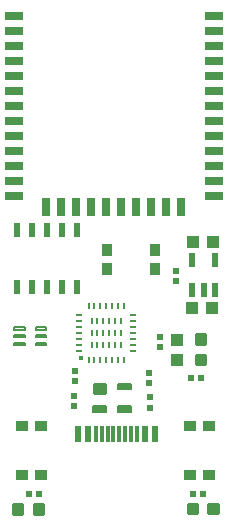
<source format=gbr>
G04 EAGLE Gerber RS-274X export*
G75*
%MOMM*%
%FSLAX34Y34*%
%LPD*%
%INSolderpaste Top*%
%IPPOS*%
%AMOC8*
5,1,8,0,0,1.08239X$1,22.5*%
G01*
%ADD10R,0.260000X0.560000*%
%ADD11R,0.560000X0.260000*%
%ADD12R,0.400000X0.400000*%
%ADD13R,0.550000X1.200000*%
%ADD14R,1.000000X0.900000*%
%ADD15R,0.900000X1.000000*%
%ADD16C,0.300000*%
%ADD17R,0.540000X0.600000*%
%ADD18R,1.100000X1.000000*%
%ADD19R,0.600000X0.540000*%
%ADD20R,1.000000X1.100000*%
%ADD21C,0.200000*%
%ADD22R,0.700000X1.500000*%
%ADD23R,1.500000X0.700000*%
%ADD24C,0.247500*%
%ADD25C,0.147500*%
%ADD26R,0.508000X1.270000*%
%ADD27R,0.600000X1.450000*%
%ADD28R,0.300000X1.450000*%


D10*
X105940Y141800D03*
X110940Y141800D03*
X115940Y141800D03*
X120940Y141800D03*
X125940Y141800D03*
X130940Y141800D03*
X135940Y141800D03*
D11*
X143940Y149800D03*
X143940Y154800D03*
X143940Y159800D03*
X143940Y164800D03*
X143940Y169800D03*
X143940Y174800D03*
X143940Y179800D03*
D10*
X135940Y187800D03*
X130940Y187800D03*
X125940Y187800D03*
X120940Y187800D03*
X115940Y187800D03*
X110940Y187800D03*
X105940Y187800D03*
D11*
X97940Y179800D03*
X97940Y174800D03*
X97940Y169800D03*
X97940Y164800D03*
X97940Y159800D03*
X97940Y154800D03*
X97940Y149800D03*
D10*
X108440Y154800D03*
X108440Y164800D03*
X108440Y174800D03*
X113440Y154800D03*
X113440Y164800D03*
X113440Y174800D03*
X118440Y154800D03*
X118440Y164800D03*
X118440Y174800D03*
X123440Y154800D03*
X123440Y164800D03*
X123440Y174800D03*
X128440Y154800D03*
X128440Y164800D03*
X128440Y174800D03*
X133440Y154800D03*
X133440Y164800D03*
X133440Y174800D03*
D12*
X99940Y143800D03*
D13*
X193885Y200789D03*
X203385Y200789D03*
X212885Y200789D03*
X212885Y226791D03*
X193885Y226791D03*
D14*
X49635Y85530D03*
X65635Y85530D03*
X65635Y44530D03*
X49635Y44530D03*
D15*
X162395Y234955D03*
X162395Y218955D03*
X121395Y218955D03*
X121395Y234955D03*
D16*
X60280Y18725D02*
X60280Y11725D01*
X60280Y18725D02*
X67280Y18725D01*
X67280Y11725D01*
X60280Y11725D01*
X60280Y14575D02*
X67280Y14575D01*
X67280Y17425D02*
X60280Y17425D01*
X42740Y18725D02*
X42740Y11725D01*
X42740Y18725D02*
X49740Y18725D01*
X49740Y11725D01*
X42740Y11725D01*
X42740Y14575D02*
X49740Y14575D01*
X49740Y17425D02*
X42740Y17425D01*
X197720Y18945D02*
X197720Y11945D01*
X190720Y11945D01*
X190720Y18945D01*
X197720Y18945D01*
X197720Y14795D02*
X190720Y14795D01*
X190720Y17645D02*
X197720Y17645D01*
X215260Y18945D02*
X215260Y11945D01*
X208260Y11945D01*
X208260Y18945D01*
X215260Y18945D01*
X215260Y14795D02*
X208260Y14795D01*
X208260Y17645D02*
X215260Y17645D01*
D17*
X202785Y28115D03*
X194145Y28115D03*
X55675Y28145D03*
X64315Y28145D03*
D18*
X193515Y185675D03*
X210515Y185675D03*
X194540Y241730D03*
X211540Y241730D03*
D14*
X192120Y85530D03*
X208120Y85530D03*
X208120Y44530D03*
X192120Y44530D03*
D19*
X180145Y217250D03*
X180145Y208610D03*
X94020Y111420D03*
X94020Y102780D03*
X94080Y123655D03*
X94080Y132295D03*
X157515Y122385D03*
X157515Y131025D03*
D20*
X180705Y142160D03*
X180705Y159160D03*
D19*
X166100Y161405D03*
X166100Y152765D03*
D21*
X51790Y167565D02*
X42890Y167565D01*
X42890Y169565D01*
X51790Y169565D01*
X51790Y167565D01*
X51790Y169465D02*
X42890Y169465D01*
X42890Y161065D02*
X51790Y161065D01*
X42890Y161065D02*
X42890Y163065D01*
X51790Y163065D01*
X51790Y161065D01*
X51790Y162965D02*
X42890Y162965D01*
X42890Y154565D02*
X51790Y154565D01*
X42890Y154565D02*
X42890Y156565D01*
X51790Y156565D01*
X51790Y154565D01*
X51790Y156465D02*
X42890Y156465D01*
X61290Y156565D02*
X70190Y156565D01*
X70190Y154565D01*
X61290Y154565D01*
X61290Y156565D01*
X61290Y156465D02*
X70190Y156465D01*
X70190Y163065D02*
X61290Y163065D01*
X70190Y163065D02*
X70190Y161065D01*
X61290Y161065D01*
X61290Y163065D01*
X61290Y162965D02*
X70190Y162965D01*
X70190Y169565D02*
X61290Y169565D01*
X70190Y169565D02*
X70190Y167565D01*
X61290Y167565D01*
X61290Y169565D01*
X61290Y169465D02*
X70190Y169465D01*
D19*
X157840Y110150D03*
X157840Y101510D03*
D22*
X69730Y271545D03*
X82430Y271545D03*
X95130Y271545D03*
X107830Y271545D03*
X120530Y271545D03*
X133230Y271545D03*
X145930Y271545D03*
X158630Y271545D03*
X171330Y271545D03*
X184030Y271545D03*
D23*
X43060Y280435D03*
X43060Y293135D03*
X43060Y305835D03*
X43060Y318535D03*
X43060Y331235D03*
X43060Y343935D03*
X43060Y356635D03*
X43060Y369335D03*
X43060Y382035D03*
X43060Y394735D03*
X43060Y407435D03*
X43060Y420135D03*
X43060Y432835D03*
X211970Y280435D03*
X211970Y293135D03*
X211970Y305835D03*
X211970Y318535D03*
X211970Y331235D03*
X211970Y343935D03*
X211970Y356635D03*
X211970Y369335D03*
X211970Y382035D03*
X211970Y394735D03*
X211970Y407435D03*
X211970Y420135D03*
X211970Y432835D03*
D24*
X120143Y113742D02*
X110217Y113742D01*
X110217Y121168D01*
X120143Y121168D01*
X120143Y113742D01*
X120143Y116093D02*
X110217Y116093D01*
X110217Y118444D02*
X120143Y118444D01*
X120143Y120795D02*
X110217Y120795D01*
D25*
X109717Y98042D02*
X120643Y98042D01*
X109717Y98042D02*
X109717Y102468D01*
X120643Y102468D01*
X120643Y98042D01*
X120643Y99443D02*
X109717Y99443D01*
X109717Y100844D02*
X120643Y100844D01*
X120643Y102245D02*
X109717Y102245D01*
X130817Y98042D02*
X141743Y98042D01*
X130817Y98042D02*
X130817Y102468D01*
X141743Y102468D01*
X141743Y98042D01*
X141743Y99443D02*
X130817Y99443D01*
X130817Y100844D02*
X141743Y100844D01*
X141743Y102245D02*
X130817Y102245D01*
X130817Y117242D02*
X141743Y117242D01*
X130817Y117242D02*
X130817Y121668D01*
X141743Y121668D01*
X141743Y117242D01*
X141743Y118643D02*
X130817Y118643D01*
X130817Y120044D02*
X141743Y120044D01*
X141743Y121445D02*
X130817Y121445D01*
D26*
X70485Y251460D03*
X83185Y251460D03*
X95885Y251460D03*
X57785Y251460D03*
X45085Y251460D03*
X45085Y203200D03*
X57785Y203200D03*
X70485Y203200D03*
X83185Y203200D03*
X95885Y203200D03*
D16*
X197795Y155765D02*
X204795Y155765D01*
X197795Y155765D02*
X197795Y162765D01*
X204795Y162765D01*
X204795Y155765D01*
X204795Y158615D02*
X197795Y158615D01*
X197795Y161465D02*
X204795Y161465D01*
X204795Y138225D02*
X197795Y138225D01*
X197795Y145225D01*
X204795Y145225D01*
X204795Y138225D01*
X204795Y141075D02*
X197795Y141075D01*
X197795Y143925D02*
X204795Y143925D01*
D17*
X201170Y126365D03*
X192530Y126365D03*
D27*
X97040Y78890D03*
X105040Y78890D03*
D28*
X127040Y78890D03*
X122040Y78890D03*
X117040Y78890D03*
X112040Y78890D03*
X132040Y78890D03*
X137040Y78890D03*
X142040Y78890D03*
X147040Y78890D03*
D27*
X154040Y78890D03*
X162040Y78890D03*
M02*

</source>
